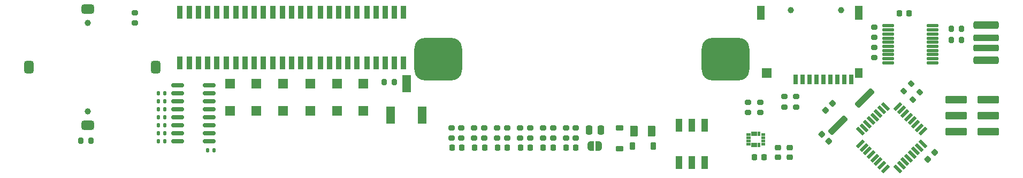
<source format=gbr>
%TF.GenerationSoftware,KiCad,Pcbnew,8.0.4*%
%TF.CreationDate,2024-11-23T17:51:10-05:00*%
%TF.ProjectId,Ruler_PowerCouple,52756c65-725f-4506-9f77-6572436f7570,rev?*%
%TF.SameCoordinates,Original*%
%TF.FileFunction,Soldermask,Top*%
%TF.FilePolarity,Negative*%
%FSLAX46Y46*%
G04 Gerber Fmt 4.6, Leading zero omitted, Abs format (unit mm)*
G04 Created by KiCad (PCBNEW 8.0.4) date 2024-11-23 17:51:10*
%MOMM*%
%LPD*%
G01*
G04 APERTURE LIST*
G04 Aperture macros list*
%AMRoundRect*
0 Rectangle with rounded corners*
0 $1 Rounding radius*
0 $2 $3 $4 $5 $6 $7 $8 $9 X,Y pos of 4 corners*
0 Add a 4 corners polygon primitive as box body*
4,1,4,$2,$3,$4,$5,$6,$7,$8,$9,$2,$3,0*
0 Add four circle primitives for the rounded corners*
1,1,$1+$1,$2,$3*
1,1,$1+$1,$4,$5*
1,1,$1+$1,$6,$7*
1,1,$1+$1,$8,$9*
0 Add four rect primitives between the rounded corners*
20,1,$1+$1,$2,$3,$4,$5,0*
20,1,$1+$1,$4,$5,$6,$7,0*
20,1,$1+$1,$6,$7,$8,$9,0*
20,1,$1+$1,$8,$9,$2,$3,0*%
%AMRotRect*
0 Rectangle, with rotation*
0 The origin of the aperture is its center*
0 $1 length*
0 $2 width*
0 $3 Rotation angle, in degrees counterclockwise*
0 Add horizontal line*
21,1,$1,$2,0,0,$3*%
%AMFreePoly0*
4,1,19,0.500000,-0.750000,0.000000,-0.750000,0.000000,-0.744911,-0.071157,-0.744911,-0.207708,-0.704816,-0.327430,-0.627875,-0.420627,-0.520320,-0.479746,-0.390866,-0.500000,-0.250000,-0.500000,0.250000,-0.479746,0.390866,-0.420627,0.520320,-0.327430,0.627875,-0.207708,0.704816,-0.071157,0.744911,0.000000,0.744911,0.000000,0.750000,0.500000,0.750000,0.500000,-0.750000,0.500000,-0.750000,
$1*%
%AMFreePoly1*
4,1,19,0.000000,0.744911,0.071157,0.744911,0.207708,0.704816,0.327430,0.627875,0.420627,0.520320,0.479746,0.390866,0.500000,0.250000,0.500000,-0.250000,0.479746,-0.390866,0.420627,-0.520320,0.327430,-0.627875,0.207708,-0.704816,0.071157,-0.744911,0.000000,-0.744911,0.000000,-0.750000,-0.500000,-0.750000,-0.500000,0.750000,0.000000,0.750000,0.000000,0.744911,0.000000,0.744911,
$1*%
G04 Aperture macros list end*
%ADD10C,0.010000*%
%ADD11RoundRect,0.200000X0.200000X0.275000X-0.200000X0.275000X-0.200000X-0.275000X0.200000X-0.275000X0*%
%ADD12R,1.000000X2.000000*%
%ADD13RoundRect,0.150000X-0.825000X-0.150000X0.825000X-0.150000X0.825000X0.150000X-0.825000X0.150000X0*%
%ADD14R,1.500000X1.500000*%
%ADD15RoundRect,0.250000X-0.936916X-1.290470X1.290470X0.936916X0.936916X1.290470X-1.290470X-0.936916X0*%
%ADD16FreePoly0,180.000000*%
%ADD17FreePoly1,180.000000*%
%ADD18RoundRect,0.125000X-0.825000X-0.125000X0.825000X-0.125000X0.825000X0.125000X-0.825000X0.125000X0*%
%ADD19RoundRect,0.135000X0.135000X0.185000X-0.135000X0.185000X-0.135000X-0.185000X0.135000X-0.185000X0*%
%ADD20RoundRect,0.225000X0.017678X-0.335876X0.335876X-0.017678X-0.017678X0.335876X-0.335876X0.017678X0*%
%ADD21RoundRect,0.200000X-0.275000X0.200000X-0.275000X-0.200000X0.275000X-0.200000X0.275000X0.200000X0*%
%ADD22RoundRect,0.225000X-0.225000X-0.375000X0.225000X-0.375000X0.225000X0.375000X-0.225000X0.375000X0*%
%ADD23RoundRect,0.200000X0.275000X-0.200000X0.275000X0.200000X-0.275000X0.200000X-0.275000X-0.200000X0*%
%ADD24RoundRect,0.250000X-0.375000X-0.625000X0.375000X-0.625000X0.375000X0.625000X-0.375000X0.625000X0*%
%ADD25RotRect,1.500000X0.550000X315.000000*%
%ADD26RotRect,0.550000X1.500000X315.000000*%
%ADD27RoundRect,0.225000X-0.225000X-0.250000X0.225000X-0.250000X0.225000X0.250000X-0.225000X0.250000X0*%
%ADD28C,1.000000*%
%ADD29RoundRect,0.375000X-0.375000X0.625000X-0.375000X-0.625000X0.375000X-0.625000X0.375000X0.625000X0*%
%ADD30RoundRect,0.375000X-0.625000X-0.375000X0.625000X-0.375000X0.625000X0.375000X-0.625000X0.375000X0*%
%ADD31RoundRect,1.687500X2.087500X1.687500X-2.087500X1.687500X-2.087500X-1.687500X2.087500X-1.687500X0*%
%ADD32RoundRect,0.225000X-0.335876X-0.017678X-0.017678X-0.335876X0.335876X0.017678X0.017678X0.335876X0*%
%ADD33RoundRect,0.250000X-0.250000X-0.475000X0.250000X-0.475000X0.250000X0.475000X-0.250000X0.475000X0*%
%ADD34RoundRect,0.225000X0.225000X0.250000X-0.225000X0.250000X-0.225000X-0.250000X0.225000X-0.250000X0*%
%ADD35RoundRect,0.225000X0.375000X-0.225000X0.375000X0.225000X-0.375000X0.225000X-0.375000X-0.225000X0*%
%ADD36RoundRect,0.200000X0.053033X-0.335876X0.335876X-0.053033X-0.053033X0.335876X-0.335876X0.053033X0*%
%ADD37R,1.399540X2.799080*%
%ADD38R,0.900000X2.000000*%
%ADD39RoundRect,0.312500X1.687500X-0.312500X1.687500X0.312500X-1.687500X0.312500X-1.687500X-0.312500X0*%
%ADD40RoundRect,0.275000X1.725000X-0.275000X1.725000X0.275000X-1.725000X0.275000X-1.725000X-0.275000X0*%
%ADD41RoundRect,0.225000X-0.250000X0.225000X-0.250000X-0.225000X0.250000X-0.225000X0.250000X0.225000X0*%
%ADD42RoundRect,0.102000X-1.575000X0.500000X-1.575000X-0.500000X1.575000X-0.500000X1.575000X0.500000X0*%
%ADD43RoundRect,0.200000X-0.053033X0.335876X-0.335876X0.053033X0.053033X-0.335876X0.335876X-0.053033X0*%
%ADD44R,0.700000X1.600000*%
%ADD45R,1.200000X1.500000*%
%ADD46R,1.200000X2.200000*%
%ADD47R,1.600000X1.500000*%
%ADD48RoundRect,0.225000X0.250000X-0.225000X0.250000X0.225000X-0.250000X0.225000X-0.250000X-0.225000X0*%
G04 APERTURE END LIST*
D10*
%TO.C,U11*%
X185125000Y-101175000D02*
X184550000Y-101175000D01*
X184550000Y-100825000D01*
X185125000Y-100825000D01*
X185125000Y-101175000D01*
G36*
X185125000Y-101175000D02*
G01*
X184550000Y-101175000D01*
X184550000Y-100825000D01*
X185125000Y-100825000D01*
X185125000Y-101175000D01*
G37*
X185125000Y-101675000D02*
X184550000Y-101675000D01*
X184550000Y-101325000D01*
X185125000Y-101325000D01*
X185125000Y-101675000D01*
G36*
X185125000Y-101675000D02*
G01*
X184550000Y-101675000D01*
X184550000Y-101325000D01*
X185125000Y-101325000D01*
X185125000Y-101675000D01*
G37*
X185125000Y-102175000D02*
X184550000Y-102175000D01*
X184550000Y-101825000D01*
X185125000Y-101825000D01*
X185125000Y-102175000D01*
G36*
X185125000Y-102175000D02*
G01*
X184550000Y-102175000D01*
X184550000Y-101825000D01*
X185125000Y-101825000D01*
X185125000Y-102175000D01*
G37*
X185125000Y-102675000D02*
X184550000Y-102675000D01*
X184550000Y-102325000D01*
X185125000Y-102325000D01*
X185125000Y-102675000D01*
G36*
X185125000Y-102675000D02*
G01*
X184550000Y-102675000D01*
X184550000Y-102325000D01*
X185125000Y-102325000D01*
X185125000Y-102675000D01*
G37*
X185675000Y-101125000D02*
X185325000Y-101125000D01*
X185325000Y-100550000D01*
X185675000Y-100550000D01*
X185675000Y-101125000D01*
G36*
X185675000Y-101125000D02*
G01*
X185325000Y-101125000D01*
X185325000Y-100550000D01*
X185675000Y-100550000D01*
X185675000Y-101125000D01*
G37*
X185675000Y-102950000D02*
X185325000Y-102950000D01*
X185325000Y-102375000D01*
X185675000Y-102375000D01*
X185675000Y-102950000D01*
G36*
X185675000Y-102950000D02*
G01*
X185325000Y-102950000D01*
X185325000Y-102375000D01*
X185675000Y-102375000D01*
X185675000Y-102950000D01*
G37*
X186175000Y-101125000D02*
X185825000Y-101125000D01*
X185825000Y-100550000D01*
X186175000Y-100550000D01*
X186175000Y-101125000D01*
G36*
X186175000Y-101125000D02*
G01*
X185825000Y-101125000D01*
X185825000Y-100550000D01*
X186175000Y-100550000D01*
X186175000Y-101125000D01*
G37*
X186175000Y-102950000D02*
X185825000Y-102950000D01*
X185825000Y-102375000D01*
X186175000Y-102375000D01*
X186175000Y-102950000D01*
G36*
X186175000Y-102950000D02*
G01*
X185825000Y-102950000D01*
X185825000Y-102375000D01*
X186175000Y-102375000D01*
X186175000Y-102950000D01*
G37*
X186675000Y-101125000D02*
X186325000Y-101125000D01*
X186325000Y-100550000D01*
X186675000Y-100550000D01*
X186675000Y-101125000D01*
G36*
X186675000Y-101125000D02*
G01*
X186325000Y-101125000D01*
X186325000Y-100550000D01*
X186675000Y-100550000D01*
X186675000Y-101125000D01*
G37*
X186675000Y-102950000D02*
X186325000Y-102950000D01*
X186325000Y-102375000D01*
X186675000Y-102375000D01*
X186675000Y-102950000D01*
G36*
X186675000Y-102950000D02*
G01*
X186325000Y-102950000D01*
X186325000Y-102375000D01*
X186675000Y-102375000D01*
X186675000Y-102950000D01*
G37*
X187450000Y-101175000D02*
X186875000Y-101175000D01*
X186875000Y-100825000D01*
X187450000Y-100825000D01*
X187450000Y-101175000D01*
G36*
X187450000Y-101175000D02*
G01*
X186875000Y-101175000D01*
X186875000Y-100825000D01*
X187450000Y-100825000D01*
X187450000Y-101175000D01*
G37*
X187450000Y-101675000D02*
X186875000Y-101675000D01*
X186875000Y-101325000D01*
X187450000Y-101325000D01*
X187450000Y-101675000D01*
G36*
X187450000Y-101675000D02*
G01*
X186875000Y-101675000D01*
X186875000Y-101325000D01*
X187450000Y-101325000D01*
X187450000Y-101675000D01*
G37*
X187450000Y-102175000D02*
X186875000Y-102175000D01*
X186875000Y-101825000D01*
X187450000Y-101825000D01*
X187450000Y-102175000D01*
G36*
X187450000Y-102175000D02*
G01*
X186875000Y-102175000D01*
X186875000Y-101825000D01*
X187450000Y-101825000D01*
X187450000Y-102175000D01*
G37*
X187450000Y-102675000D02*
X186875000Y-102675000D01*
X186875000Y-102325000D01*
X187450000Y-102325000D01*
X187450000Y-102675000D01*
G36*
X187450000Y-102675000D02*
G01*
X186875000Y-102675000D01*
X186875000Y-102325000D01*
X187450000Y-102325000D01*
X187450000Y-102675000D01*
G37*
%TD*%
D11*
%TO.C,R17*%
X80825000Y-102000000D03*
X79175000Y-102000000D03*
%TD*%
D12*
%TO.C,SW3*%
X177900000Y-99500000D03*
X175900000Y-99500000D03*
X173900000Y-99500000D03*
X173900000Y-105500000D03*
X175900000Y-105500000D03*
X177900000Y-105500000D03*
%TD*%
D13*
%TO.C,U1*%
X94553000Y-93190000D03*
X94553000Y-94460000D03*
X94553000Y-95730000D03*
X94553000Y-97000000D03*
X94553000Y-98270000D03*
X94553000Y-99540000D03*
X94553000Y-100810000D03*
X94553000Y-102080000D03*
X99503000Y-102080000D03*
X99503000Y-100810000D03*
X99503000Y-99540000D03*
X99503000Y-98270000D03*
X99503000Y-97000000D03*
X99503000Y-95730000D03*
X99503000Y-94460000D03*
X99503000Y-93190000D03*
%TD*%
D14*
%TO.C,SW8*%
X106991000Y-97285000D03*
X106991000Y-92915000D03*
%TD*%
D15*
%TO.C,Y1*%
X203242640Y-95257360D03*
X199000000Y-99500000D03*
%TD*%
D16*
%TO.C,JP1*%
X161197799Y-102842972D03*
D17*
X159897801Y-102842972D03*
%TD*%
D18*
%TO.C,U8*%
X207000000Y-83750000D03*
X207000000Y-84400000D03*
X207000000Y-85050000D03*
X207000000Y-85700000D03*
X207000000Y-86350000D03*
X207000000Y-87000000D03*
X207000000Y-87650000D03*
X207000000Y-88300000D03*
X207000000Y-88950000D03*
X207000000Y-89600000D03*
X214000000Y-89600000D03*
X214000000Y-88950000D03*
X214000000Y-88300000D03*
X214000000Y-87650000D03*
X214000000Y-87000000D03*
X214000000Y-86350000D03*
X214000000Y-85700000D03*
X214000000Y-85050000D03*
X214000000Y-84400000D03*
X214000000Y-83750000D03*
%TD*%
D19*
%TO.C,R6*%
X92534999Y-100804165D03*
X91515001Y-100804165D03*
%TD*%
%TO.C,R3*%
X92534999Y-95720833D03*
X91515001Y-95720833D03*
%TD*%
%TO.C,R1*%
X92534999Y-96991666D03*
X91515001Y-96991666D03*
%TD*%
D20*
%TO.C,C2*%
X197051992Y-97148008D03*
X198148008Y-96051992D03*
%TD*%
D14*
%TO.C,SW6*%
X115491000Y-97285000D03*
X115491000Y-92915000D03*
%TD*%
D21*
%TO.C,R23*%
X137844468Y-99930053D03*
X137844468Y-101580053D03*
%TD*%
D22*
%TO.C,D1*%
X166497801Y-102842972D03*
X169797801Y-102842972D03*
%TD*%
D21*
%TO.C,R22*%
X145078458Y-99934813D03*
X145078458Y-101584813D03*
%TD*%
D23*
%TO.C,R26*%
X153924923Y-101595417D03*
X153924923Y-99945417D03*
%TD*%
D24*
%TO.C,F1*%
X166747802Y-100442972D03*
X169547800Y-100442972D03*
%TD*%
D21*
%TO.C,R18*%
X155970227Y-99928221D03*
X155970227Y-101578221D03*
%TD*%
D25*
%TO.C,U9*%
X206510051Y-96550253D03*
X205944365Y-97115938D03*
X205378680Y-97681623D03*
X204812994Y-98247309D03*
X204247309Y-98812994D03*
X203681623Y-99378680D03*
X203115938Y-99944365D03*
X202550253Y-100510051D03*
D26*
X202550253Y-102489949D03*
X203115938Y-103055635D03*
X203681623Y-103621320D03*
X204247309Y-104187006D03*
X204812994Y-104752691D03*
X205378680Y-105318377D03*
X205944365Y-105884062D03*
X206510051Y-106449747D03*
D25*
X208489949Y-106449747D03*
X209055635Y-105884062D03*
X209621320Y-105318377D03*
X210187006Y-104752691D03*
X210752691Y-104187006D03*
X211318377Y-103621320D03*
X211884062Y-103055635D03*
X212449747Y-102489949D03*
D26*
X212449747Y-100510051D03*
X211884062Y-99944365D03*
X211318377Y-99378680D03*
X210752691Y-98812994D03*
X210187006Y-98247309D03*
X209621320Y-97681623D03*
X209055635Y-97115938D03*
X208489949Y-96550253D03*
%TD*%
D14*
%TO.C,SW4*%
X123932000Y-97285000D03*
X123932000Y-92915000D03*
%TD*%
D27*
%TO.C,C4*%
X185775000Y-104650000D03*
X187325000Y-104650000D03*
%TD*%
D14*
%TO.C,SW5*%
X119741000Y-97285000D03*
X119741000Y-92915000D03*
%TD*%
D19*
%TO.C,R7*%
X92534999Y-102075000D03*
X91515001Y-102075000D03*
%TD*%
D28*
%TO.C,U10*%
X80276000Y-83311999D03*
X80276000Y-97311999D03*
D29*
X91026000Y-90311999D03*
X71026000Y-90311999D03*
D30*
X80276000Y-81061999D03*
X80276000Y-99561999D03*
%TD*%
D11*
%TO.C,R10*%
X218575000Y-86000000D03*
X216925000Y-86000000D03*
%TD*%
D21*
%TO.C,R20*%
X148703156Y-99932616D03*
X148703156Y-101582616D03*
%TD*%
%TO.C,R19*%
X152324922Y-99935419D03*
X152324922Y-101585419D03*
%TD*%
D27*
%TO.C,C16*%
X208725000Y-81750000D03*
X210275000Y-81750000D03*
%TD*%
D14*
%TO.C,SW7*%
X111241000Y-97285000D03*
X111241000Y-92915000D03*
%TD*%
D21*
%TO.C,R16*%
X87750000Y-81675000D03*
X87750000Y-83325000D03*
%TD*%
D31*
%TO.C,BT1*%
X181225001Y-89000000D03*
X135774999Y-89000000D03*
%TD*%
D19*
%TO.C,R5*%
X92534999Y-99533332D03*
X91515001Y-99533332D03*
%TD*%
D32*
%TO.C,C3*%
X196451992Y-100951992D03*
X197548008Y-102048008D03*
%TD*%
D33*
%TO.C,C1*%
X159597801Y-100337970D03*
X161497799Y-100337970D03*
%TD*%
D34*
%TO.C,C7*%
X157552727Y-103058399D03*
X156002727Y-103058399D03*
%TD*%
%TO.C,C10*%
X146718459Y-103059813D03*
X145168459Y-103059813D03*
%TD*%
D35*
%TO.C,D2*%
X164497800Y-103282974D03*
X164497800Y-99982974D03*
%TD*%
D23*
%TO.C,R11*%
X204750000Y-85575000D03*
X204750000Y-83925000D03*
%TD*%
D36*
%TO.C,R13*%
X210833274Y-95497577D03*
X212000000Y-94330851D03*
%TD*%
D37*
%TO.C,SW2*%
X128250000Y-97900000D03*
X130750000Y-92900000D03*
X133250000Y-97900000D03*
%TD*%
D21*
%TO.C,R14*%
X184800000Y-95875000D03*
X184800000Y-97525000D03*
%TD*%
D38*
%TO.C,U4*%
X109642000Y-89598000D03*
X111082000Y-89598000D03*
X112522000Y-89598000D03*
X113962000Y-89598000D03*
X115402000Y-89598000D03*
X115402000Y-81598000D03*
X113962000Y-81598000D03*
X112522000Y-81598000D03*
X111082000Y-81598000D03*
X109642000Y-81598000D03*
%TD*%
D23*
%TO.C,R30*%
X139426969Y-101580053D03*
X139426969Y-99930053D03*
%TD*%
%TO.C,R38*%
X204750000Y-88825000D03*
X204750000Y-87175000D03*
%TD*%
D14*
%TO.C,SW9*%
X102800000Y-97285000D03*
X102800000Y-92915000D03*
%TD*%
D39*
%TO.C,U7*%
X222500000Y-83650000D03*
D40*
X222500000Y-85650000D03*
X222500000Y-87250000D03*
D39*
X222500000Y-89250000D03*
%TD*%
D11*
%TO.C,R9*%
X218575000Y-84250000D03*
X216925000Y-84250000D03*
%TD*%
%TO.C,R21*%
X128825000Y-92650000D03*
X127175000Y-92650000D03*
%TD*%
D41*
%TO.C,C5*%
X189550000Y-103075000D03*
X189550000Y-104625000D03*
%TD*%
D19*
%TO.C,R4*%
X92534999Y-98262499D03*
X91515001Y-98262499D03*
%TD*%
D42*
%TO.C,J1*%
X217725000Y-95460000D03*
X222775000Y-95460000D03*
X217725000Y-98000000D03*
X222775000Y-98000000D03*
X217725000Y-100540000D03*
X222775000Y-100540000D03*
%TD*%
D21*
%TO.C,R40*%
X190500000Y-94975000D03*
X190500000Y-96625000D03*
%TD*%
D23*
%TO.C,R25*%
X157552726Y-101583399D03*
X157552726Y-99933399D03*
%TD*%
D34*
%TO.C,C12*%
X139476969Y-103055052D03*
X137926969Y-103055052D03*
%TD*%
%TO.C,C8*%
X153936387Y-103060419D03*
X152386387Y-103060419D03*
%TD*%
%TO.C,C11*%
X143104343Y-103060179D03*
X141554343Y-103060179D03*
%TD*%
D23*
%TO.C,R27*%
X150303156Y-101582616D03*
X150303156Y-99932616D03*
%TD*%
%TO.C,R28*%
X146693460Y-101584813D03*
X146693460Y-99934813D03*
%TD*%
D19*
%TO.C,R2*%
X92534999Y-94450000D03*
X91515001Y-94450000D03*
%TD*%
D21*
%TO.C,R39*%
X192400000Y-94975000D03*
X192400000Y-96625000D03*
%TD*%
D43*
%TO.C,R12*%
X210585787Y-92916637D03*
X209419061Y-94083363D03*
%TD*%
D28*
%TO.C,J2*%
X199550000Y-81250000D03*
X191550000Y-81250000D03*
D44*
X192360000Y-92250000D03*
X193450000Y-92250000D03*
X194550000Y-92250000D03*
X195650000Y-92250000D03*
X196750000Y-92250000D03*
X197850000Y-92250000D03*
X198950000Y-92250000D03*
X200050000Y-92250000D03*
X201150000Y-92250000D03*
D45*
X202350000Y-91250000D03*
D46*
X202350000Y-81650000D03*
X186850000Y-81650000D03*
D47*
X187750000Y-91250000D03*
%TD*%
D38*
%TO.C,U2*%
X94910000Y-89598000D03*
X96350000Y-89598000D03*
X97790000Y-89598000D03*
X99230000Y-89598000D03*
X100670000Y-89598000D03*
X100670000Y-81598000D03*
X99230000Y-81598000D03*
X97790000Y-81598000D03*
X96350000Y-81598000D03*
X94910000Y-81598000D03*
%TD*%
D20*
%TO.C,C15*%
X213231992Y-104918008D03*
X214328008Y-103821992D03*
%TD*%
D21*
%TO.C,R15*%
X186700000Y-95875000D03*
X186700000Y-97525000D03*
%TD*%
D38*
%TO.C,U3*%
X102276000Y-89598000D03*
X103716000Y-89598000D03*
X105156000Y-89598000D03*
X106596000Y-89598000D03*
X108036000Y-89598000D03*
X108036000Y-81598000D03*
X106596000Y-81598000D03*
X105156000Y-81598000D03*
X103716000Y-81598000D03*
X102276000Y-81598000D03*
%TD*%
%TO.C,U5*%
X117094000Y-89598000D03*
X118534000Y-89598000D03*
X119974000Y-89598000D03*
X121414000Y-89598000D03*
X122854000Y-89598000D03*
X122854000Y-81598000D03*
X121414000Y-81598000D03*
X119974000Y-81598000D03*
X118534000Y-81598000D03*
X117094000Y-81598000D03*
%TD*%
D19*
%TO.C,R8*%
X100309999Y-103500000D03*
X99290001Y-103500000D03*
%TD*%
D34*
%TO.C,C9*%
X150328156Y-103057616D03*
X148778156Y-103057616D03*
%TD*%
D38*
%TO.C,U6*%
X124460000Y-89598000D03*
X125900000Y-89598000D03*
X127340000Y-89598000D03*
X128780000Y-89598000D03*
X130220000Y-89598000D03*
X130220000Y-81598000D03*
X128780000Y-81598000D03*
X127340000Y-81598000D03*
X125900000Y-81598000D03*
X124460000Y-81598000D03*
%TD*%
D23*
%TO.C,R29*%
X143054343Y-101585179D03*
X143054343Y-99935179D03*
%TD*%
D48*
%TO.C,C6*%
X191400000Y-104625000D03*
X191400000Y-103075000D03*
%TD*%
D21*
%TO.C,R24*%
X141436843Y-99935179D03*
X141436843Y-101585179D03*
%TD*%
M02*

</source>
